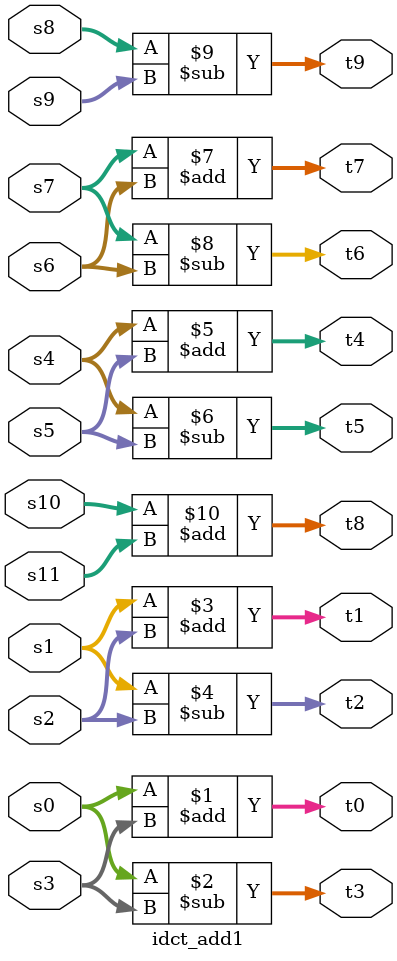
<source format=v>
`timescale 1ns / 1ps


module idct_add1(
    input [31:0] s0, s1, s2, s3, s4, s5, s6, s7, s8, s9, s10, s11,
    output [31:0] t0, t1, t2, t3, t4, t5, t6, t7, t8, t9
    );
    
        assign t0 = s0 + s3;
        assign t3 = s0 - s3;
        assign t1 = s1 + s2;
        assign t2 = s1 - s2;
        assign t4 = s4 + s5;
        assign t5 = s4 - s5;
        assign t7 = s7 + s6;
        assign t6 = s7 - s6;
        
        assign t9 = s8 - s9;
        assign t8 = s10 + s11;
        
        
endmodule

</source>
